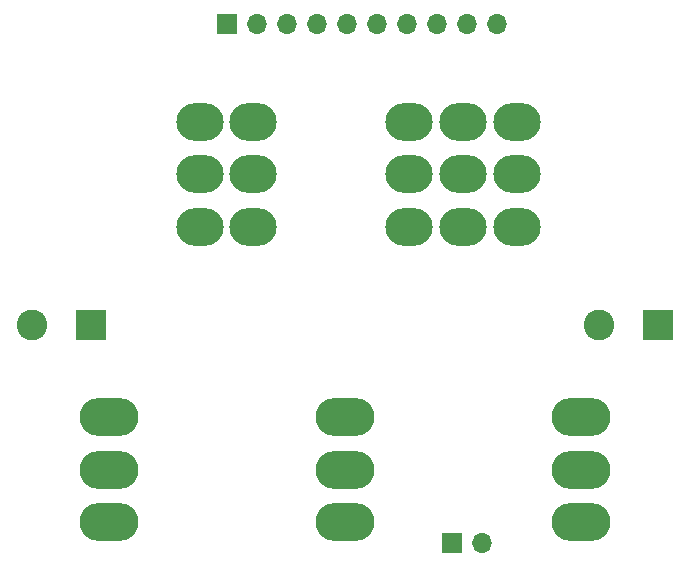
<source format=gbs>
G04 #@! TF.GenerationSoftware,KiCad,Pcbnew,5.1.10*
G04 #@! TF.CreationDate,2021-07-21T04:31:39-05:00*
G04 #@! TF.ProjectId,Power Board,506f7765-7220-4426-9f61-72642e6b6963,rev?*
G04 #@! TF.SameCoordinates,Original*
G04 #@! TF.FileFunction,Soldermask,Bot*
G04 #@! TF.FilePolarity,Negative*
%FSLAX46Y46*%
G04 Gerber Fmt 4.6, Leading zero omitted, Abs format (unit mm)*
G04 Created by KiCad (PCBNEW 5.1.10) date 2021-07-21 04:31:39*
%MOMM*%
%LPD*%
G01*
G04 APERTURE LIST*
%ADD10C,2.600000*%
%ADD11R,2.600000X2.600000*%
%ADD12O,5.000000X3.200000*%
%ADD13O,4.000000X3.200000*%
%ADD14O,1.700000X1.700000*%
%ADD15R,1.700000X1.700000*%
G04 APERTURE END LIST*
D10*
X41000000Y-158250000D03*
D11*
X46000000Y-158250000D03*
D12*
X47500000Y-166050000D03*
X47500000Y-170500000D03*
X47500000Y-174950000D03*
D13*
X59750000Y-141050000D03*
X59750000Y-149950000D03*
X59750000Y-145500000D03*
X55250000Y-149950000D03*
X55250000Y-145500000D03*
X55250000Y-141050000D03*
D10*
X89000000Y-158250000D03*
D11*
X94000000Y-158250000D03*
D14*
X80360000Y-132750000D03*
X77820000Y-132750000D03*
X75280000Y-132750000D03*
X72740000Y-132750000D03*
X70200000Y-132750000D03*
X67660000Y-132750000D03*
X65120000Y-132750000D03*
X62580000Y-132750000D03*
X60040000Y-132750000D03*
D15*
X57500000Y-132750000D03*
D12*
X67500000Y-166050000D03*
X67500000Y-170500000D03*
X67500000Y-174950000D03*
X87500000Y-166050000D03*
X87500000Y-170500000D03*
X87500000Y-174950000D03*
D13*
X72900000Y-149950000D03*
X72900000Y-141050000D03*
X72900000Y-145500000D03*
X77500000Y-141050000D03*
X77500000Y-145500000D03*
X77500000Y-149950000D03*
X82100000Y-149950000D03*
X82100000Y-141050000D03*
X82100000Y-145500000D03*
D14*
X79108000Y-176750000D03*
D15*
X76568000Y-176750000D03*
M02*

</source>
